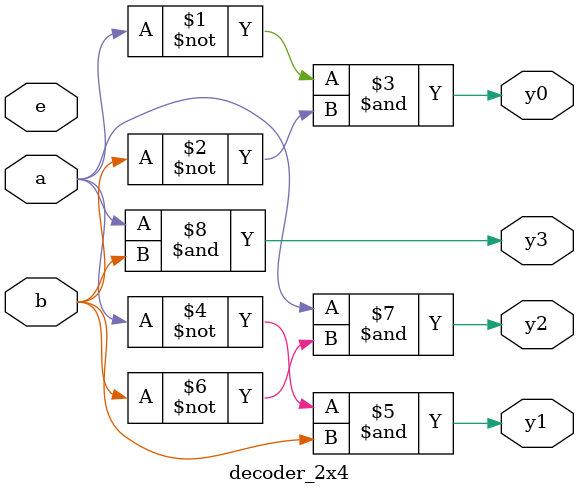
<source format=v>

module decoder_2x4(a,b,e,y0,y1,y2,y3);
input a,b,e;
output y0,y1,y2,y3;
assign y0=((~a)&(~b)), y1=((~a)&b), y2=(a&(~b)), y3=(a&b);
endmodule
/*
//Test Bench:

module decoder_2x4_tb();
reg a,b,e;
wire y0,y1,y2,y3;
decoder_2x4 d1(a,b,e,y0,y1,y2,y3);
initial
begin
$monitor($time," a=%b b=%b Y0=%b Y1=%b Y2=%b Y3=%b",a,b,y0,y1,y2,y3);
end
initial
begin
	a=1'b0; b=1'b0; 
	#5;
	a=1'b0; b=1'b1; 
	#5;
	a=1'b1; b=1'b0; 
	#5;
	a=1'b1; b=1'b1; 
	#5;
end
initial
begin
$dumpfile("decoder_2x4.dump");
$dumpvars(0,decoder_2x4_tb);
end
endmodule
*/

</source>
